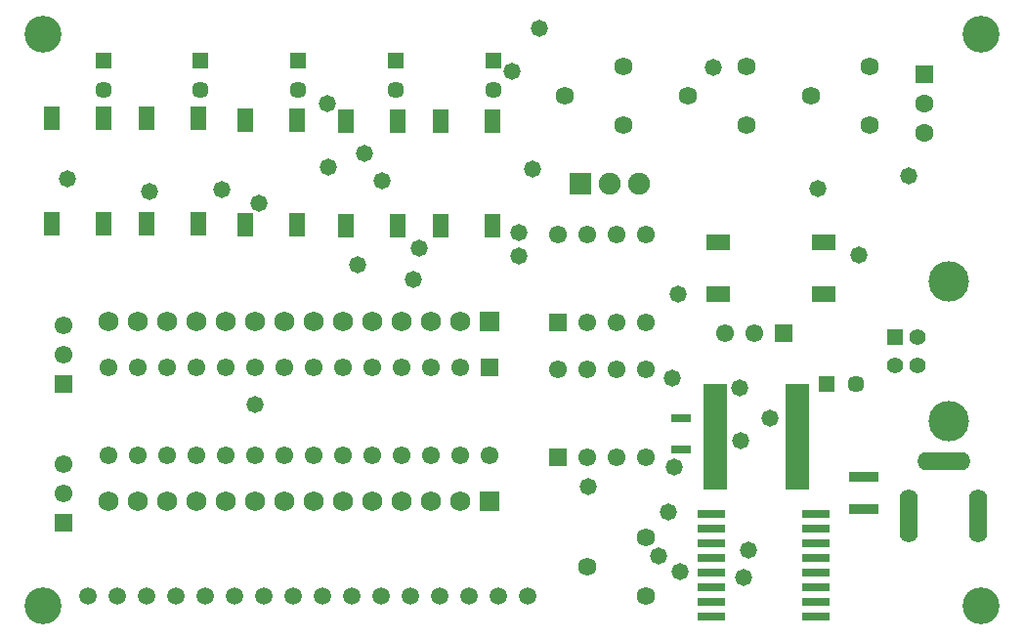
<source format=gts>
G04*
G04 #@! TF.GenerationSoftware,Altium Limited,Altium Designer,20.2.5 (213)*
G04*
G04 Layer_Color=8388736*
%FSLAX25Y25*%
%MOIN*%
G70*
G04*
G04 #@! TF.SameCoordinates,58A5799B-777F-4B07-89FE-91B8D634004C*
G04*
G04*
G04 #@! TF.FilePolarity,Negative*
G04*
G01*
G75*
%ADD16R,0.05433X0.08268*%
%ADD17R,0.07099X0.02769*%
%ADD18R,0.08268X0.05433*%
%ADD19R,0.10236X0.03740*%
%ADD20R,0.07887X0.02572*%
%ADD21R,0.09800X0.03000*%
%ADD22C,0.06115*%
%ADD23R,0.06115X0.06115*%
%ADD24C,0.12611*%
%ADD25C,0.06902*%
%ADD26R,0.06902X0.06902*%
%ADD27O,0.06299X0.18110*%
%ADD28O,0.18110X0.06299*%
%ADD29R,0.05591X0.05591*%
%ADD30C,0.05591*%
%ADD31C,0.13780*%
%ADD32C,0.06102*%
%ADD33R,0.06102X0.06102*%
%ADD34C,0.05709*%
%ADD35R,0.05709X0.05709*%
%ADD36C,0.07480*%
%ADD37R,0.07480X0.07480*%
%ADD38C,0.06233*%
%ADD39C,0.05958*%
%ADD40R,0.06102X0.06102*%
%ADD41C,0.06312*%
%ADD42R,0.06312X0.06312*%
%ADD43R,0.05709X0.05709*%
%ADD44C,0.05800*%
D16*
X111949Y174213D02*
D03*
Y138386D02*
D03*
X129587Y174213D02*
D03*
Y138386D02*
D03*
X29272Y139202D02*
D03*
Y175029D02*
D03*
X11634Y139202D02*
D03*
Y175029D02*
D03*
X144331Y174213D02*
D03*
Y138386D02*
D03*
X161968Y174213D02*
D03*
Y138386D02*
D03*
X77795Y174606D02*
D03*
Y138780D02*
D03*
X95433Y174606D02*
D03*
Y138780D02*
D03*
X61768Y139173D02*
D03*
Y175000D02*
D03*
X44130Y139173D02*
D03*
Y175000D02*
D03*
D17*
X226484Y62221D02*
D03*
Y72851D02*
D03*
D18*
X239079Y115236D02*
D03*
X274905D02*
D03*
X239079Y132874D02*
D03*
X274905D02*
D03*
D19*
X288811Y41895D02*
D03*
Y52919D02*
D03*
D20*
X237992Y83169D02*
D03*
Y80610D02*
D03*
Y78051D02*
D03*
Y75492D02*
D03*
Y72933D02*
D03*
Y70374D02*
D03*
Y67815D02*
D03*
Y65256D02*
D03*
Y62697D02*
D03*
Y60138D02*
D03*
Y57579D02*
D03*
Y55020D02*
D03*
Y52461D02*
D03*
Y49902D02*
D03*
X265945D02*
D03*
Y52461D02*
D03*
Y55020D02*
D03*
Y57579D02*
D03*
Y60138D02*
D03*
Y62697D02*
D03*
Y65256D02*
D03*
Y67815D02*
D03*
Y70374D02*
D03*
Y72933D02*
D03*
Y75492D02*
D03*
Y78051D02*
D03*
Y80610D02*
D03*
Y83169D02*
D03*
D21*
X272269Y5221D02*
D03*
Y10221D02*
D03*
Y15221D02*
D03*
Y20221D02*
D03*
Y25221D02*
D03*
Y30221D02*
D03*
Y35221D02*
D03*
Y40221D02*
D03*
X236669D02*
D03*
Y35221D02*
D03*
Y30221D02*
D03*
Y25221D02*
D03*
Y20221D02*
D03*
Y15221D02*
D03*
Y10221D02*
D03*
Y5221D02*
D03*
D22*
X161102Y60158D02*
D03*
X151102D02*
D03*
X141102D02*
D03*
X131102D02*
D03*
X121102D02*
D03*
X111102D02*
D03*
X101102D02*
D03*
X91102D02*
D03*
X81102D02*
D03*
X71102D02*
D03*
X61102D02*
D03*
X51102D02*
D03*
X41102D02*
D03*
X31102D02*
D03*
Y90158D02*
D03*
X41102D02*
D03*
X51102D02*
D03*
X61102D02*
D03*
X71102D02*
D03*
X81102D02*
D03*
X91102D02*
D03*
X101102D02*
D03*
X111102D02*
D03*
X121102D02*
D03*
X131102D02*
D03*
X141102D02*
D03*
X151102D02*
D03*
D23*
X161102D02*
D03*
D24*
X8661Y8661D02*
D03*
Y203937D02*
D03*
X328740Y8661D02*
D03*
Y203937D02*
D03*
D25*
X31102Y105906D02*
D03*
X41102D02*
D03*
X51102D02*
D03*
X61102D02*
D03*
X71102D02*
D03*
X81102D02*
D03*
X91102D02*
D03*
X101102D02*
D03*
X111102D02*
D03*
X121102D02*
D03*
X131102D02*
D03*
X141102D02*
D03*
X151102D02*
D03*
Y44488D02*
D03*
X141102D02*
D03*
X131102D02*
D03*
X121102D02*
D03*
X111102D02*
D03*
X101102D02*
D03*
X91102D02*
D03*
X81102D02*
D03*
X71102D02*
D03*
X61102D02*
D03*
X51102D02*
D03*
X41102D02*
D03*
X31102D02*
D03*
D26*
X161102Y105906D02*
D03*
Y44488D02*
D03*
D27*
X304061Y39533D02*
D03*
X327683D02*
D03*
D28*
X315872Y58037D02*
D03*
D29*
X299252Y100591D02*
D03*
D30*
Y90748D02*
D03*
X307126D02*
D03*
Y100591D02*
D03*
D31*
X317795Y71969D02*
D03*
Y119370D02*
D03*
D32*
X15748Y104449D02*
D03*
Y94449D02*
D03*
X15748Y47244D02*
D03*
Y57244D02*
D03*
X194213Y59606D02*
D03*
X204213D02*
D03*
X214213D02*
D03*
Y89606D02*
D03*
X204213D02*
D03*
X194213D02*
D03*
X184213D02*
D03*
X194213Y105473D02*
D03*
X204213D02*
D03*
X214213D02*
D03*
Y135473D02*
D03*
X204213D02*
D03*
X194213D02*
D03*
X184213D02*
D03*
X251339Y101968D02*
D03*
X241339D02*
D03*
D33*
X15748Y84449D02*
D03*
X15748Y37244D02*
D03*
D34*
X286102Y84646D02*
D03*
X162205Y184764D02*
D03*
X129134D02*
D03*
X95669D02*
D03*
X62205Y184764D02*
D03*
X29291Y184764D02*
D03*
D35*
X276102Y84646D02*
D03*
D36*
X201969Y152756D02*
D03*
X211969D02*
D03*
D37*
X191969D02*
D03*
D38*
X206850Y172677D02*
D03*
X186850Y182677D02*
D03*
X206850Y192677D02*
D03*
X214331Y32047D02*
D03*
X194331Y22047D02*
D03*
X214331Y12047D02*
D03*
X290772Y192677D02*
D03*
X270772Y182677D02*
D03*
X290772Y172677D02*
D03*
X248661Y192677D02*
D03*
X228661Y182677D02*
D03*
X248661Y172677D02*
D03*
D39*
X24094Y12205D02*
D03*
X34094D02*
D03*
X44094D02*
D03*
X54094D02*
D03*
X64094D02*
D03*
X74094D02*
D03*
X84094D02*
D03*
X94094D02*
D03*
X104094D02*
D03*
X114094D02*
D03*
X124094D02*
D03*
X134094D02*
D03*
X144094D02*
D03*
X154094D02*
D03*
X164094D02*
D03*
X174094D02*
D03*
D40*
X184213Y59606D02*
D03*
Y105473D02*
D03*
X261339Y101968D02*
D03*
D41*
X309366Y170228D02*
D03*
Y180228D02*
D03*
D42*
Y190228D02*
D03*
D43*
X162205Y194764D02*
D03*
X129134D02*
D03*
X95669D02*
D03*
X62205Y194764D02*
D03*
X29291Y194764D02*
D03*
D44*
X106200Y158562D02*
D03*
X118401Y163187D02*
D03*
X194563Y49513D02*
D03*
X81102Y77559D02*
D03*
X225354Y115236D02*
D03*
X249335Y27673D02*
D03*
X247701Y18590D02*
D03*
X221958Y40787D02*
D03*
X224062Y56242D02*
D03*
X105700Y180200D02*
D03*
X124343Y153890D02*
D03*
X246700Y65256D02*
D03*
X171000Y128000D02*
D03*
X135039Y120000D02*
D03*
X223300Y86614D02*
D03*
X218819Y25981D02*
D03*
X137008Y130787D02*
D03*
X116142Y125038D02*
D03*
X178110Y205860D02*
D03*
X287008Y128347D02*
D03*
X256839Y72800D02*
D03*
X304000Y155600D02*
D03*
X171000Y136000D02*
D03*
X168600Y191100D02*
D03*
X246431Y83169D02*
D03*
X17100Y154600D02*
D03*
X226000Y20400D02*
D03*
X69800Y150900D02*
D03*
X45000Y150300D02*
D03*
X82500Y146200D02*
D03*
X175700Y157800D02*
D03*
X272900Y151200D02*
D03*
X237500Y192400D02*
D03*
M02*

</source>
